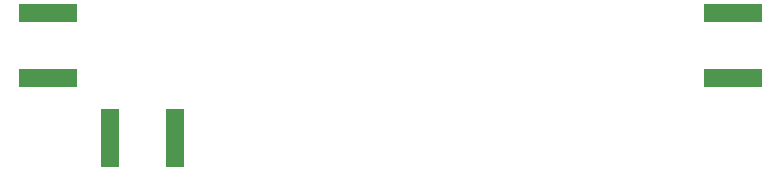
<source format=gbp>
G04 #@! TF.GenerationSoftware,KiCad,Pcbnew,5.1.10-88a1d61d58~88~ubuntu18.04.1*
G04 #@! TF.CreationDate,2021-10-01T18:12:45+02:00*
G04 #@! TF.ProjectId,signal_processing,7369676e-616c-45f7-9072-6f6365737369,rev?*
G04 #@! TF.SameCoordinates,Original*
G04 #@! TF.FileFunction,Paste,Bot*
G04 #@! TF.FilePolarity,Positive*
%FSLAX46Y46*%
G04 Gerber Fmt 4.6, Leading zero omitted, Abs format (unit mm)*
G04 Created by KiCad (PCBNEW 5.1.10-88a1d61d58~88~ubuntu18.04.1) date 2021-10-01 18:12:45*
%MOMM*%
%LPD*%
G01*
G04 APERTURE LIST*
%ADD10R,5.000000X1.600000*%
%ADD11R,1.600000X5.000000*%
G04 APERTURE END LIST*
D10*
X176128000Y-109879000D03*
X176128000Y-115419000D03*
D11*
X128881000Y-120502000D03*
X123341000Y-120502000D03*
D10*
X118110000Y-115419000D03*
X118110000Y-109879000D03*
M02*

</source>
